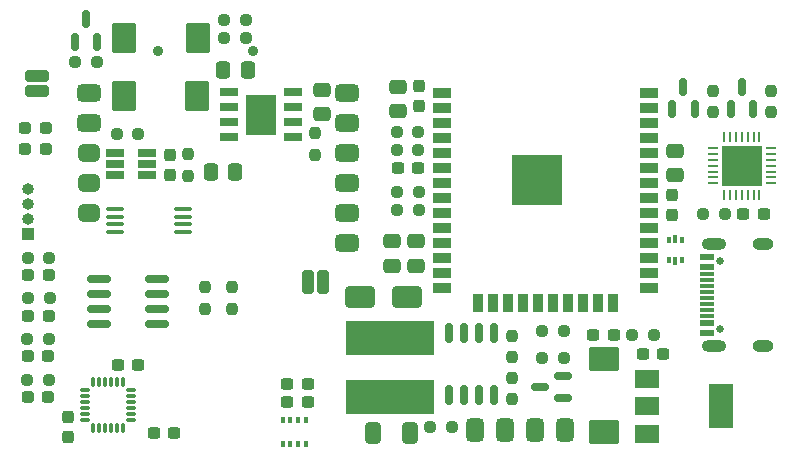
<source format=gbr>
%TF.GenerationSoftware,KiCad,Pcbnew,7.0.2*%
%TF.CreationDate,2024-10-19T10:13:07+03:00*%
%TF.ProjectId,gps_tracer,6770735f-7472-4616-9365-722e6b696361,rev?*%
%TF.SameCoordinates,Original*%
%TF.FileFunction,Soldermask,Top*%
%TF.FilePolarity,Negative*%
%FSLAX46Y46*%
G04 Gerber Fmt 4.6, Leading zero omitted, Abs format (unit mm)*
G04 Created by KiCad (PCBNEW 7.0.2) date 2024-10-19 10:13:07*
%MOMM*%
%LPD*%
G01*
G04 APERTURE LIST*
G04 Aperture macros list*
%AMRoundRect*
0 Rectangle with rounded corners*
0 $1 Rounding radius*
0 $2 $3 $4 $5 $6 $7 $8 $9 X,Y pos of 4 corners*
0 Add a 4 corners polygon primitive as box body*
4,1,4,$2,$3,$4,$5,$6,$7,$8,$9,$2,$3,0*
0 Add four circle primitives for the rounded corners*
1,1,$1+$1,$2,$3*
1,1,$1+$1,$4,$5*
1,1,$1+$1,$6,$7*
1,1,$1+$1,$8,$9*
0 Add four rect primitives between the rounded corners*
20,1,$1+$1,$2,$3,$4,$5,0*
20,1,$1+$1,$4,$5,$6,$7,0*
20,1,$1+$1,$6,$7,$8,$9,0*
20,1,$1+$1,$8,$9,$2,$3,0*%
G04 Aperture macros list end*
%ADD10RoundRect,0.237500X0.250000X0.237500X-0.250000X0.237500X-0.250000X-0.237500X0.250000X-0.237500X0*%
%ADD11RoundRect,0.237500X0.300000X0.237500X-0.300000X0.237500X-0.300000X-0.237500X0.300000X-0.237500X0*%
%ADD12RoundRect,0.237500X0.237500X-0.250000X0.237500X0.250000X-0.237500X0.250000X-0.237500X-0.250000X0*%
%ADD13RoundRect,0.150000X0.150000X-0.587500X0.150000X0.587500X-0.150000X0.587500X-0.150000X-0.587500X0*%
%ADD14RoundRect,0.237500X-0.300000X-0.237500X0.300000X-0.237500X0.300000X0.237500X-0.300000X0.237500X0*%
%ADD15RoundRect,0.237500X-0.250000X-0.237500X0.250000X-0.237500X0.250000X0.237500X-0.250000X0.237500X0*%
%ADD16RoundRect,0.237500X-0.237500X0.300000X-0.237500X-0.300000X0.237500X-0.300000X0.237500X0.300000X0*%
%ADD17RoundRect,0.075000X-0.350000X-0.075000X0.350000X-0.075000X0.350000X0.075000X-0.350000X0.075000X0*%
%ADD18RoundRect,0.075000X0.075000X-0.350000X0.075000X0.350000X-0.075000X0.350000X-0.075000X-0.350000X0*%
%ADD19R,0.375000X0.500000*%
%ADD20R,0.300000X0.650000*%
%ADD21RoundRect,0.250000X-0.412500X-0.650000X0.412500X-0.650000X0.412500X0.650000X-0.412500X0.650000X0*%
%ADD22RoundRect,0.237500X-0.287500X-0.237500X0.287500X-0.237500X0.287500X0.237500X-0.287500X0.237500X0*%
%ADD23RoundRect,0.250000X-0.475000X0.337500X-0.475000X-0.337500X0.475000X-0.337500X0.475000X0.337500X0*%
%ADD24R,0.350000X0.500000*%
%ADD25RoundRect,0.250000X-1.000000X-0.650000X1.000000X-0.650000X1.000000X0.650000X-1.000000X0.650000X0*%
%ADD26C,0.650000*%
%ADD27R,1.240000X0.600000*%
%ADD28R,1.240000X0.300000*%
%ADD29O,2.100000X1.000000*%
%ADD30O,1.800000X1.000000*%
%ADD31RoundRect,0.062500X-0.337500X-0.062500X0.337500X-0.062500X0.337500X0.062500X-0.337500X0.062500X0*%
%ADD32RoundRect,0.062500X-0.062500X-0.337500X0.062500X-0.337500X0.062500X0.337500X-0.062500X0.337500X0*%
%ADD33R,3.350000X3.350000*%
%ADD34R,1.000000X1.000000*%
%ADD35O,1.000000X1.000000*%
%ADD36RoundRect,0.250000X0.475000X-0.337500X0.475000X0.337500X-0.475000X0.337500X-0.475000X-0.337500X0*%
%ADD37R,7.500000X3.000000*%
%ADD38RoundRect,0.250000X1.025000X-0.787500X1.025000X0.787500X-1.025000X0.787500X-1.025000X-0.787500X0*%
%ADD39RoundRect,0.250000X-0.787500X-1.025000X0.787500X-1.025000X0.787500X1.025000X-0.787500X1.025000X0*%
%ADD40R,1.525000X0.700000*%
%ADD41R,2.513000X3.402000*%
%ADD42R,1.560000X0.650000*%
%ADD43RoundRect,0.237500X0.237500X-0.300000X0.237500X0.300000X-0.237500X0.300000X-0.237500X-0.300000X0*%
%ADD44RoundRect,0.237500X-0.237500X0.250000X-0.237500X-0.250000X0.237500X-0.250000X0.237500X0.250000X0*%
%ADD45RoundRect,0.250000X0.337500X0.475000X-0.337500X0.475000X-0.337500X-0.475000X0.337500X-0.475000X0*%
%ADD46R,2.000000X1.500000*%
%ADD47R,2.000000X3.800000*%
%ADD48RoundRect,0.150000X-0.825000X-0.150000X0.825000X-0.150000X0.825000X0.150000X-0.825000X0.150000X0*%
%ADD49RoundRect,0.150000X0.587500X0.150000X-0.587500X0.150000X-0.587500X-0.150000X0.587500X-0.150000X0*%
%ADD50RoundRect,0.250000X-0.337500X-0.475000X0.337500X-0.475000X0.337500X0.475000X-0.337500X0.475000X0*%
%ADD51RoundRect,0.375000X-0.625000X-0.375000X0.625000X-0.375000X0.625000X0.375000X-0.625000X0.375000X0*%
%ADD52RoundRect,0.375000X-0.525000X-0.375000X0.525000X-0.375000X0.525000X0.375000X-0.525000X0.375000X0*%
%ADD53RoundRect,0.100000X0.637500X0.100000X-0.637500X0.100000X-0.637500X-0.100000X0.637500X-0.100000X0*%
%ADD54RoundRect,0.250000X0.750000X0.250000X-0.750000X0.250000X-0.750000X-0.250000X0.750000X-0.250000X0*%
%ADD55RoundRect,0.250000X-0.250000X0.750000X-0.250000X-0.750000X0.250000X-0.750000X0.250000X0.750000X0*%
%ADD56RoundRect,0.150000X0.150000X-0.675000X0.150000X0.675000X-0.150000X0.675000X-0.150000X-0.675000X0*%
%ADD57R,1.500000X0.900000*%
%ADD58R,0.900000X1.500000*%
%ADD59C,0.600000*%
%ADD60R,4.200000X4.200000*%
%ADD61RoundRect,0.375000X-0.375000X0.625000X-0.375000X-0.625000X0.375000X-0.625000X0.375000X0.625000X0*%
%ADD62C,0.900000*%
G04 APERTURE END LIST*
D10*
%TO.C,R15*%
X51230000Y-65390000D03*
X49405000Y-65390000D03*
%TD*%
D11*
%TO.C,C20*%
X58765000Y-67590000D03*
X57040000Y-67590000D03*
%TD*%
D12*
%TO.C,R27*%
X64450000Y-62840000D03*
X64450000Y-61015000D03*
%TD*%
D13*
%TO.C,Q1*%
X108945600Y-45974000D03*
X110845600Y-45974000D03*
X109895600Y-44099000D03*
%TD*%
D14*
%TO.C,C4*%
X101526000Y-66649600D03*
X103251000Y-66649600D03*
%TD*%
D15*
%TO.C,R20*%
X83515200Y-72898000D03*
X85340200Y-72898000D03*
%TD*%
D16*
%TO.C,C25*%
X52840000Y-71990000D03*
X52840000Y-73715000D03*
%TD*%
D17*
%TO.C,U12*%
X54280000Y-69730000D03*
X54280000Y-70230000D03*
X54280000Y-70730000D03*
X54280000Y-71230000D03*
X54280000Y-71730000D03*
X54280000Y-72230000D03*
D18*
X54980000Y-72930000D03*
X55480000Y-72930000D03*
X55980000Y-72930000D03*
X56480000Y-72930000D03*
X56980000Y-72930000D03*
X57480000Y-72930000D03*
D17*
X58180000Y-72230000D03*
X58180000Y-71730000D03*
X58180000Y-71230000D03*
X58180000Y-70730000D03*
X58180000Y-70230000D03*
X58180000Y-69730000D03*
D18*
X57480000Y-69030000D03*
X56980000Y-69030000D03*
X56480000Y-69030000D03*
X55980000Y-69030000D03*
X55480000Y-69030000D03*
X54980000Y-69030000D03*
%TD*%
D19*
%TO.C,U2*%
X103729500Y-58736600D03*
D20*
X104267000Y-58811600D03*
D19*
X104804500Y-58736600D03*
X104804500Y-57036600D03*
D20*
X104267000Y-56961600D03*
D19*
X103729500Y-57036600D03*
%TD*%
D15*
%TO.C,R8*%
X100609400Y-65049400D03*
X102434400Y-65049400D03*
%TD*%
D21*
%TO.C,C21*%
X78637600Y-73329800D03*
X81762600Y-73329800D03*
%TD*%
D22*
%TO.C,D7*%
X49220000Y-49360000D03*
X50970000Y-49360000D03*
%TD*%
D23*
%TO.C,C19*%
X74325000Y-44297600D03*
X74325000Y-46372600D03*
%TD*%
D24*
%TO.C,U5*%
X72960000Y-74310000D03*
X72310000Y-74310000D03*
X71660000Y-74310000D03*
X71010000Y-74310000D03*
X71010000Y-72260000D03*
X71660000Y-72260000D03*
X72310000Y-72260000D03*
X72960000Y-72260000D03*
%TD*%
D14*
%TO.C,C13*%
X71420000Y-69220000D03*
X73145000Y-69220000D03*
%TD*%
D15*
%TO.C,R26*%
X53475000Y-41950000D03*
X55300000Y-41950000D03*
%TD*%
D10*
%TO.C,JP6*%
X94840000Y-64760000D03*
X93015000Y-64760000D03*
%TD*%
D25*
%TO.C,D5*%
X77570000Y-61820000D03*
X81570000Y-61820000D03*
%TD*%
D26*
%TO.C,P1*%
X108037400Y-64561200D03*
X108037400Y-58781200D03*
D27*
X106917400Y-64871200D03*
X106917400Y-64071200D03*
D28*
X106917400Y-62921200D03*
X106917400Y-61921200D03*
X106917400Y-61421200D03*
X106917400Y-60421200D03*
D27*
X106917400Y-59271200D03*
X106917400Y-58471200D03*
X106917400Y-58471200D03*
X106917400Y-59271200D03*
D28*
X106917400Y-59921200D03*
X106917400Y-60921200D03*
X106917400Y-62421200D03*
X106917400Y-63421200D03*
D27*
X106917400Y-64071200D03*
X106917400Y-64871200D03*
D29*
X107517400Y-65991200D03*
D30*
X111717400Y-65991200D03*
D29*
X107517400Y-57351200D03*
D30*
X111717400Y-57351200D03*
%TD*%
D22*
%TO.C,D1*%
X49500000Y-63440000D03*
X51250000Y-63440000D03*
%TD*%
D10*
%TO.C,R6*%
X82499200Y-49377600D03*
X80674200Y-49377600D03*
%TD*%
D14*
%TO.C,C6*%
X110010000Y-54840000D03*
X111735000Y-54840000D03*
%TD*%
D10*
%TO.C,R19*%
X51215000Y-68870000D03*
X49390000Y-68870000D03*
%TD*%
D31*
%TO.C,U3*%
X107444200Y-49233200D03*
X107444200Y-49733200D03*
X107444200Y-50233200D03*
X107444200Y-50733200D03*
X107444200Y-51233200D03*
X107444200Y-51733200D03*
X107444200Y-52233200D03*
D32*
X108394200Y-53183200D03*
X108894200Y-53183200D03*
X109394200Y-53183200D03*
X109894200Y-53183200D03*
X110394200Y-53183200D03*
X110894200Y-53183200D03*
X111394200Y-53183200D03*
D31*
X112344200Y-52233200D03*
X112344200Y-51733200D03*
X112344200Y-51233200D03*
X112344200Y-50733200D03*
X112344200Y-50233200D03*
X112344200Y-49733200D03*
X112344200Y-49233200D03*
D32*
X111394200Y-48283200D03*
X110894200Y-48283200D03*
X110394200Y-48283200D03*
X109894200Y-48283200D03*
X109394200Y-48283200D03*
X108894200Y-48283200D03*
X108394200Y-48283200D03*
D33*
X109894200Y-50733200D03*
%TD*%
D10*
%TO.C,R9*%
X82524600Y-54508400D03*
X80699600Y-54508400D03*
%TD*%
D34*
%TO.C,J3*%
X49460000Y-56550000D03*
D35*
X49460000Y-55280000D03*
X49460000Y-54010000D03*
X49460000Y-52740000D03*
%TD*%
D36*
%TO.C,C22*%
X82300000Y-59215000D03*
X82300000Y-57140000D03*
%TD*%
D37*
%TO.C,L1*%
X80137000Y-70354200D03*
X80137000Y-65354200D03*
%TD*%
D36*
%TO.C,C23*%
X80300000Y-59225000D03*
X80300000Y-57150000D03*
%TD*%
D15*
%TO.C,R11*%
X93020000Y-67000000D03*
X94845000Y-67000000D03*
%TD*%
%TO.C,R16*%
X66085000Y-39900000D03*
X67910000Y-39900000D03*
%TD*%
D22*
%TO.C,D9*%
X49490000Y-60020000D03*
X51240000Y-60020000D03*
%TD*%
D38*
%TO.C,C3*%
X98200000Y-73322500D03*
X98200000Y-67097500D03*
%TD*%
D14*
%TO.C,C12*%
X71415000Y-70730000D03*
X73140000Y-70730000D03*
%TD*%
D13*
%TO.C,Q8*%
X53406000Y-40229000D03*
X55306000Y-40229000D03*
X54356000Y-38354000D03*
%TD*%
D39*
%TO.C,C14*%
X57568100Y-44805600D03*
X63793100Y-44805600D03*
%TD*%
D15*
%TO.C,R13*%
X66085000Y-38376000D03*
X67910000Y-38376000D03*
%TD*%
D11*
%TO.C,C8*%
X82473800Y-50901600D03*
X80748800Y-50901600D03*
%TD*%
D10*
%TO.C,R23*%
X51275000Y-58525000D03*
X49450000Y-58525000D03*
%TD*%
D12*
%TO.C,R5*%
X112395000Y-46202600D03*
X112395000Y-44377600D03*
%TD*%
D15*
%TO.C,R2*%
X106640000Y-54860000D03*
X108465000Y-54860000D03*
%TD*%
D40*
%TO.C,IC1*%
X71932800Y-48310800D03*
X71932800Y-47040800D03*
X71932800Y-45770800D03*
X71932800Y-44500800D03*
X66508800Y-44500800D03*
X66508800Y-45770800D03*
X66508800Y-47040800D03*
X66508800Y-48310800D03*
D41*
X69220800Y-46405800D03*
%TD*%
D42*
%TO.C,U9*%
X56863000Y-49646800D03*
X56863000Y-50596800D03*
X56863000Y-51546800D03*
X59563000Y-51546800D03*
X59563000Y-50596800D03*
X59563000Y-49646800D03*
%TD*%
D43*
%TO.C,C10*%
X82600800Y-45717800D03*
X82600800Y-43992800D03*
%TD*%
D44*
%TO.C,R4*%
X107416600Y-44373800D03*
X107416600Y-46198800D03*
%TD*%
D45*
%TO.C,C17*%
X68046600Y-42621200D03*
X65971600Y-42621200D03*
%TD*%
D44*
%TO.C,R14*%
X62966600Y-49785900D03*
X62966600Y-51610900D03*
%TD*%
D46*
%TO.C,U1*%
X101853600Y-68820000D03*
X101853600Y-71120000D03*
D47*
X108153600Y-71120000D03*
D46*
X101853600Y-73420000D03*
%TD*%
D48*
%TO.C,U10*%
X55455000Y-60315000D03*
X55455000Y-61585000D03*
X55455000Y-62855000D03*
X55455000Y-64125000D03*
X60405000Y-64125000D03*
X60405000Y-62855000D03*
X60405000Y-61585000D03*
X60405000Y-60315000D03*
%TD*%
D49*
%TO.C,Q3*%
X94716600Y-70403800D03*
X94716600Y-68503800D03*
X92841600Y-69453800D03*
%TD*%
D36*
%TO.C,C9*%
X80822800Y-46118600D03*
X80822800Y-44043600D03*
%TD*%
D12*
%TO.C,R17*%
X73740000Y-49810000D03*
X73740000Y-47985000D03*
%TD*%
D50*
%TO.C,C26*%
X64935000Y-51250000D03*
X67010000Y-51250000D03*
%TD*%
D10*
%TO.C,R7*%
X82524600Y-52933600D03*
X80699600Y-52933600D03*
%TD*%
D14*
%TO.C,C11*%
X97325000Y-65050000D03*
X99050000Y-65050000D03*
%TD*%
D22*
%TO.C,D2*%
X49430000Y-66890000D03*
X51180000Y-66890000D03*
%TD*%
D44*
%TO.C,R21*%
X90410000Y-68685400D03*
X90410000Y-70510400D03*
%TD*%
D51*
%TO.C,U7*%
X54620000Y-44580000D03*
X54620000Y-47120000D03*
D52*
X54620000Y-49660000D03*
X54620000Y-52200000D03*
X54620000Y-54740000D03*
D51*
X76464000Y-57280000D03*
X76464000Y-54740000D03*
X76464000Y-52200000D03*
X76464000Y-49660000D03*
X76464000Y-47120000D03*
X76464000Y-44580000D03*
%TD*%
D11*
%TO.C,C24*%
X61830000Y-73370000D03*
X60105000Y-73370000D03*
%TD*%
D39*
%TO.C,C2*%
X57607200Y-39954200D03*
X63832200Y-39954200D03*
%TD*%
D10*
%TO.C,R1*%
X51282500Y-61930000D03*
X49457500Y-61930000D03*
%TD*%
%TO.C,R18*%
X58780000Y-48010000D03*
X56955000Y-48010000D03*
%TD*%
D53*
%TO.C,U8*%
X62552500Y-56347000D03*
X62552500Y-55697000D03*
X62552500Y-55047000D03*
X62552500Y-54397000D03*
X56827500Y-54397000D03*
X56827500Y-55047000D03*
X56827500Y-55697000D03*
X56827500Y-56347000D03*
%TD*%
D10*
%TO.C,R3*%
X82499200Y-47853600D03*
X80674200Y-47853600D03*
%TD*%
D44*
%TO.C,R22*%
X90410000Y-65130000D03*
X90410000Y-66955000D03*
%TD*%
D13*
%TO.C,Q2*%
X103992600Y-45948600D03*
X105892600Y-45948600D03*
X104942600Y-44073600D03*
%TD*%
D36*
%TO.C,C7*%
X104241600Y-51554200D03*
X104241600Y-49479200D03*
%TD*%
D22*
%TO.C,D6*%
X49230000Y-47550000D03*
X50980000Y-47550000D03*
%TD*%
D54*
%TO.C,J4*%
X50240000Y-44450000D03*
X50240000Y-43180000D03*
%TD*%
D55*
%TO.C,J1*%
X74440000Y-60560000D03*
X73170000Y-60560000D03*
%TD*%
D22*
%TO.C,D4*%
X49430000Y-70350000D03*
X51180000Y-70350000D03*
%TD*%
D16*
%TO.C,C5*%
X104025000Y-53187500D03*
X104025000Y-54912500D03*
%TD*%
D56*
%TO.C,U11*%
X85064600Y-70189000D03*
X86334600Y-70189000D03*
X87604600Y-70189000D03*
X88874600Y-70189000D03*
X88874600Y-64939000D03*
X87604600Y-64939000D03*
X86334600Y-64939000D03*
X85064600Y-64939000D03*
%TD*%
D43*
%TO.C,C18*%
X61442600Y-51560900D03*
X61442600Y-49835900D03*
%TD*%
D44*
%TO.C,R25*%
X66700000Y-61025000D03*
X66700000Y-62850000D03*
%TD*%
D57*
%TO.C,U4*%
X84506400Y-44602400D03*
X84506400Y-45872400D03*
X84506400Y-47142400D03*
X84506400Y-48412400D03*
X84506400Y-49682400D03*
X84506400Y-50952400D03*
X84506400Y-52222400D03*
X84506400Y-53492400D03*
X84506400Y-54762400D03*
X84506400Y-56032400D03*
X84506400Y-57302400D03*
X84506400Y-58572400D03*
X84506400Y-59842400D03*
X84506400Y-61112400D03*
D58*
X87546400Y-62362400D03*
X88816400Y-62362400D03*
X90086400Y-62362400D03*
X91356400Y-62362400D03*
X92626400Y-62362400D03*
X93896400Y-62362400D03*
X95166400Y-62362400D03*
X96436400Y-62362400D03*
X97706400Y-62362400D03*
X98976400Y-62362400D03*
D57*
X102006400Y-61112400D03*
X102006400Y-59842400D03*
X102006400Y-58572400D03*
X102006400Y-57302400D03*
X102006400Y-56032400D03*
X102006400Y-54762400D03*
X102006400Y-53492400D03*
X102006400Y-52222400D03*
X102006400Y-50952400D03*
X102006400Y-49682400D03*
X102006400Y-48412400D03*
X102006400Y-47142400D03*
X102006400Y-45872400D03*
X102006400Y-44602400D03*
D59*
X91051400Y-51179900D03*
X91051400Y-52704900D03*
X91813900Y-50417400D03*
X91813900Y-51942400D03*
X91813900Y-53467400D03*
X92576400Y-51179900D03*
D60*
X92576400Y-51942400D03*
D59*
X92576400Y-52704900D03*
X93338900Y-50417400D03*
X93338900Y-51942400D03*
X93338900Y-53467400D03*
X94101400Y-51179900D03*
X94101400Y-52704900D03*
%TD*%
D61*
%TO.C,U6*%
X94945200Y-73075800D03*
X92405200Y-73075800D03*
X89865200Y-73075800D03*
X87325200Y-73075800D03*
%TD*%
D62*
%TO.C,J5*%
X68480000Y-41010000D03*
X60480000Y-41010000D03*
%TD*%
M02*

</source>
